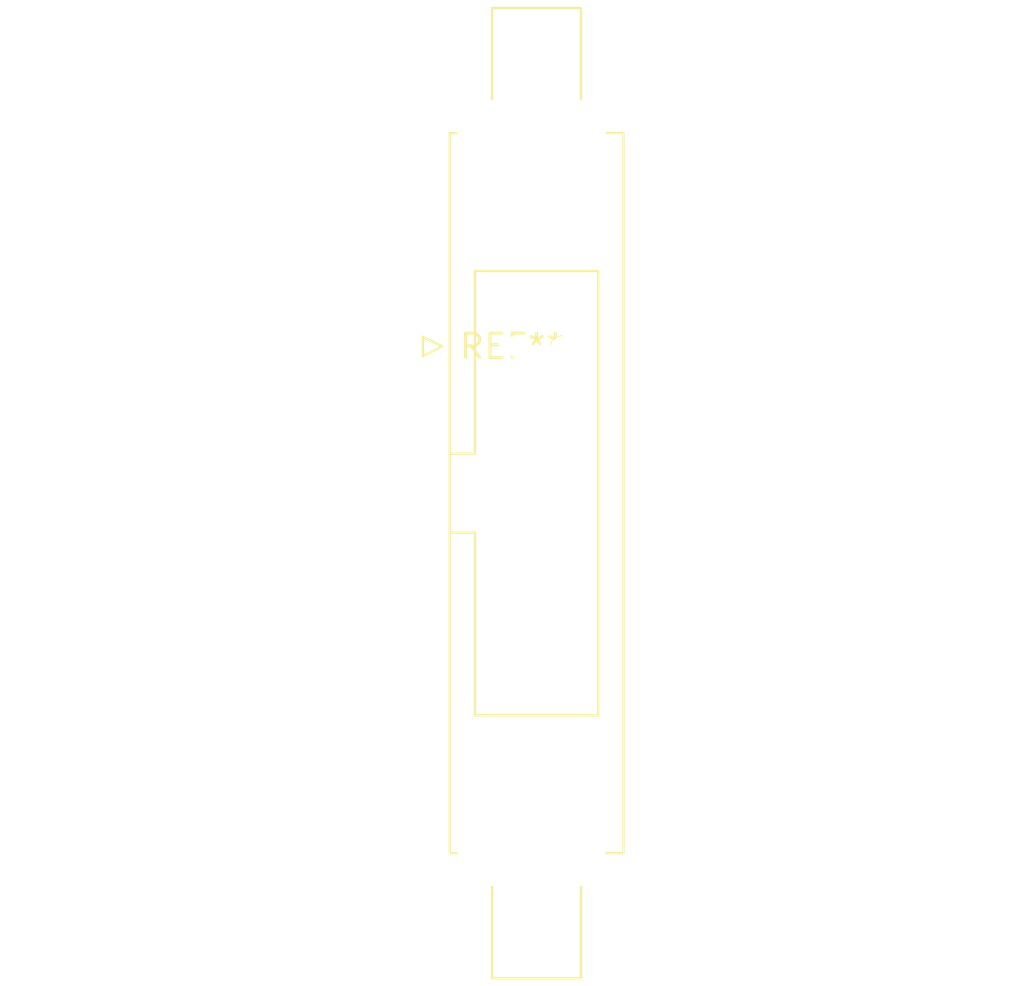
<source format=kicad_pcb>
(kicad_pcb (version 20240108) (generator pcbnew)
  (layers (0 "F.Cu" signal) (31 "B.Cu" signal) (34 "B.Paste" user) (35 "F.Paste" user) (36 "B.SilkS" user "B.Silkscreen") (37 "F.SilkS" user "F.Silkscreen") (38 "B.Mask" user) (39 "F.Mask" user) (44 "Edge.Cuts" user))
  (net 0 "")
  (footprint "IDC-Header_2x07-1MP_P2.54mm_Latch6.5mm_Vertical" (layer "F.Cu") (at 0 0)
    (property "Reference" "REF**")
    (property "Value" "IDC-Header_2x07-1MP_P2.54mm_Latch6.5mm_Vertical")
    (fp_line (start -4.63 -0.5) (end -4.63 0.5) (layer "F.SilkS") (stroke (width 0.12)))
    (fp_line (start -4.63 0.5) (end -3.63 0) (layer "F.SilkS") (stroke (width 0.12)))
    (fp_line (start -3.63 0) (end -4.63 -0.5) (layer "F.SilkS") (stroke (width 0.12)))
    (fp_line (start -3.24 -11.08) (end -3.24 26.32) (layer "F.SilkS") (stroke (width 0.12)))
    (fp_line (start -3.24 5.57) (end -1.93 5.57) (layer "F.SilkS") (stroke (width 0.12)))
    (fp_line (start -3.24 26.32) (end -2.87 26.32) (layer "F.SilkS") (stroke (width 0.12)))
    (fp_line (start -2.87 -11.08) (end -3.24 -11.08) (layer "F.SilkS") (stroke (width 0.12)))
    (fp_line (start -1.93 -3.92) (end 4.47 -3.92) (layer "F.SilkS") (stroke (width 0.12)))
    (fp_line (start -1.93 5.57) (end -1.93 -3.92) (layer "F.SilkS") (stroke (width 0.12)))
    (fp_line (start -1.93 9.67) (end -3.24 9.67) (layer "F.SilkS") (stroke (width 0.12)))
    (fp_line (start -1.93 9.67) (end -1.93 9.67) (layer "F.SilkS") (stroke (width 0.12)))
    (fp_line (start -1.93 19.16) (end -1.93 9.67) (layer "F.SilkS") (stroke (width 0.12)))
    (fp_line (start -1.04 -17.58) (end 3.58 -17.58) (layer "F.SilkS") (stroke (width 0.12)))
    (fp_line (start -1.04 -12.83) (end -1.04 -17.58) (layer "F.SilkS") (stroke (width 0.12)))
    (fp_line (start -1.04 28.07) (end -1.04 32.82) (layer "F.SilkS") (stroke (width 0.12)))
    (fp_line (start -1.04 32.82) (end 3.58 32.82) (layer "F.SilkS") (stroke (width 0.12)))
    (fp_line (start 3.58 -17.58) (end 3.58 -12.83) (layer "F.SilkS") (stroke (width 0.12)))
    (fp_line (start 3.58 32.82) (end 3.58 28.07) (layer "F.SilkS") (stroke (width 0.12)))
    (fp_line (start 4.47 -3.92) (end 4.47 19.16) (layer "F.SilkS") (stroke (width 0.12)))
    (fp_line (start 4.47 19.16) (end -1.93 19.16) (layer "F.SilkS") (stroke (width 0.12)))
    (fp_line (start 4.91 -11.08) (end 5.78 -11.08) (layer "F.SilkS") (stroke (width 0.12)))
    (fp_line (start 5.78 -11.08) (end 5.78 26.32) (layer "F.SilkS") (stroke (width 0.12)))
    (fp_line (start 5.78 26.32) (end 4.91 26.32) (layer "F.SilkS") (stroke (width 0.12)))
    (pad "1" thru_hole roundrect (at 0 0) (size 1.7 1.7) (drill 1) (layers *.Cu *.Mask) (remove_unused_layers) (roundrect_rratio 0.147059))
    (pad "2" thru_hole circle (at 2.54 0) (size 1.7 1.7) (drill 1) (layers *.Cu *.Mask) (remove_unused_layers))
    (pad "3" thru_hole circle (at 0 2.54) (size 1.7 1.7) (drill 1) (layers *.Cu *.Mask) (remove_unused_layers))
    (pad "4" thru_hole circle (at 2.54 2.54) (size 1.7 1.7) (drill 1) (layers *.Cu *.Mask) (remove_unused_layers))
    (pad "5" thru_hole circle (at 0 5.08) (size 1.7 1.7) (drill 1) (layers *.Cu *.Mask) (remove_unused_layers))
    (pad "6" thru_hole circle (at 2.54 5.08) (size 1.7 1.7) (drill 1) (layers *.Cu *.Mask) (remove_unused_layers))
    (pad "7" thru_hole circle (at 0 7.62) (size 1.7 1.7) (drill 1) (layers *.Cu *.Mask) (remove_unused_layers))
    (pad "8" thru_hole circle (at 2.54 7.62) (size 1.7 1.7) (drill 1) (layers *.Cu *.Mask) (remove_unused_layers))
    (pad "9" thru_hole circle (at 0 10.16) (size 1.7 1.7) (drill 1) (layers *.Cu *.Mask) (remove_unused_layers))
    (pad "10" thru_hole circle (at 2.54 10.16) (size 1.7 1.7) (drill 1) (layers *.Cu *.Mask) (remove_unused_layers))
    (pad "11" thru_hole circle (at 0 12.7) (size 1.7 1.7) (drill 1) (layers *.Cu *.Mask) (remove_unused_layers))
    (pad "12" thru_hole circle (at 2.54 12.7) (size 1.7 1.7) (drill 1) (layers *.Cu *.Mask) (remove_unused_layers))
    (pad "13" thru_hole circle (at 0 15.24) (size 1.7 1.7) (drill 1) (layers *.Cu *.Mask) (remove_unused_layers))
    (pad "14" thru_hole circle (at 2.54 15.24) (size 1.7 1.7) (drill 1) (layers *.Cu *.Mask) (remove_unused_layers))
    (pad "MP" thru_hole circle (at 1.02 -8.94) (size 8 8) (drill 2.69) (layers *.Cu *.Mask) (remove_unused_layers))
    (pad "MP" thru_hole circle (at 1.02 24.18) (size 8 8) (drill 2.69) (layers *.Cu *.Mask) (remove_unused_layers))
  )
)
</source>
